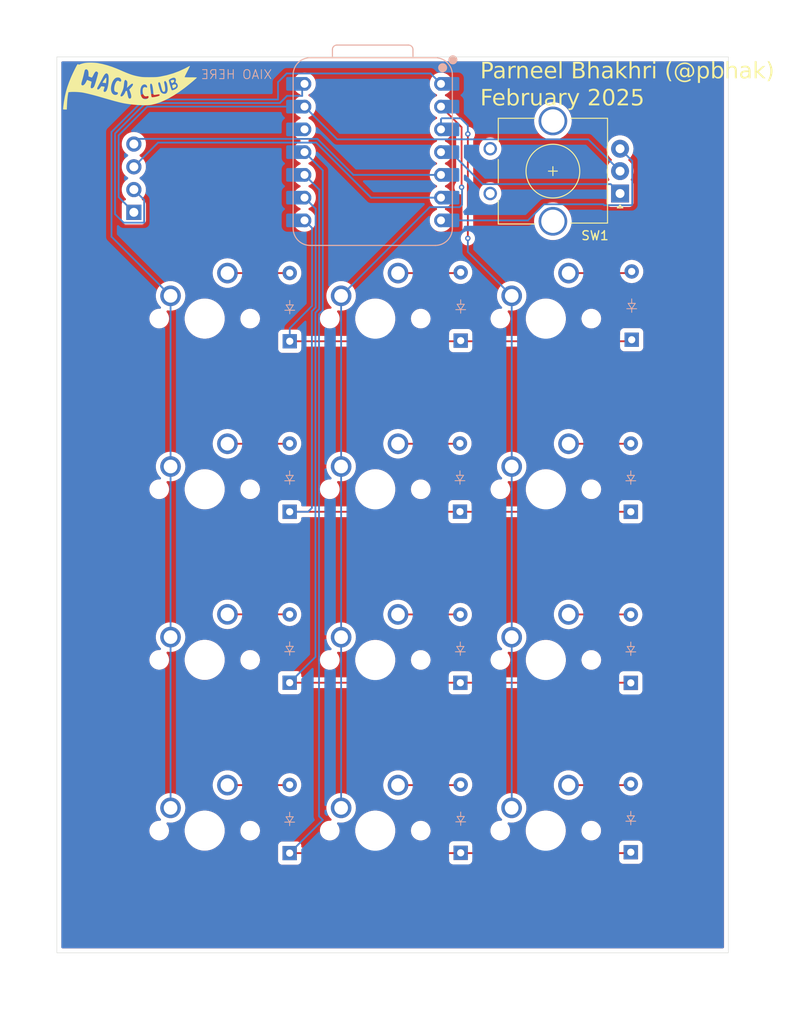
<source format=kicad_pcb>
(kicad_pcb (version 20240108) (generator "pcbnew") (generator_version "8.0")
  (layers (0 "F.Cu" signal) (31 "B.Cu" signal) (34 "B.Paste" user) (35 "F.Paste" user) (36 "B.SilkS" user "B.Silkscreen") (37 "F.SilkS" user "F.Silkscreen") (38 "B.Mask" user) (39 "F.Mask" user) (44 "Edge.Cuts" user))
  (net 0 "")
  (net 1 "Net-(D1-A)")
  (net 2 "Row 0")
  (net 3 "Net-(D2-A)")
  (net 4 "Net-(D3-A)")
  (net 5 "Net-(D4-A)")
  (net 6 "Row 1")
  (net 7 "Net-(D5-A)")
  (net 8 "Net-(D6-A)")
  (net 9 "Row 2")
  (net 10 "Net-(D7-A)")
  (net 11 "Net-(D8-A)")
  (net 12 "Net-(D9-A)")
  (net 13 "Net-(D10-A)")
  (net 14 "Row 3")
  (net 15 "Net-(D11-A)")
  (net 16 "Net-(D12-A)")
  (net 17 "Column 0")
  (net 18 "Column 1")
  (net 19 "Column 2")
  (net 21 "+5V")
  (net 22 "GND")
  (net 23 "SCL")
  (net 24 "SDA")
  (net 25 "Encoder 1")
  (net 26 "Encoder 0")
  (footprint "MX_Solderable:MX-Solderable-1U" (layer "F.Cu") (at 149.86 99.06)
    (property "Reference" "S8")
    (property "Value" "Keyswitch")
    (pad "" np_thru_hole circle (at -5.08 0 48.099) (size 1.7018 1.7018) (drill 1.7018) (layers "F&B.Cu" "*.Mask"))
    (pad "" np_thru_hole circle (at 0 0) (size 3.9878 3.9878) (drill 3.9878) (layers "*.Cu" "*.Mask"))
    (pad "" np_thru_hole circle (at 5.08 0 48.099) (size 1.7018 1.7018) (drill 1.7018) (layers "F&B.Cu" "*.Mask"))
    (pad "1" thru_hole circle (at -3.81 -2.54) (size 2.3 2.3) (drill 1.524) (layers "*.Cu" "B.Mask") (net 18 "Column 1"))
    (pad "2" thru_hole circle (at 2.54 -5.08) (size 2.3 2.3) (drill 1.524) (layers "*.Cu" "B.Mask") (net 11 "Net-(D8-A)"))
  )
  (footprint "MX_Solderable:MX-Solderable-1U" (layer "F.Cu") (at 168.9 118.11)
    (property "Reference" "S12")
    (property "Value" "Keyswitch")
    (pad "" np_thru_hole circle (at -5.08 0 48.099) (size 1.7018 1.7018) (drill 1.7018) (layers "F&B.Cu" "*.Mask"))
    (pad "" np_thru_hole circle (at 0 0) (size 3.9878 3.9878) (drill 3.9878) (layers "*.Cu" "*.Mask"))
    (pad "" np_thru_hole circle (at 5.08 0 48.099) (size 1.7018 1.7018) (drill 1.7018) (layers "F&B.Cu" "*.Mask"))
    (pad "1" thru_hole circle (at -3.81 -2.54) (size 2.3 2.3) (drill 1.524) (layers "*.Cu" "B.Mask") (net 19 "Column 2"))
    (pad "2" thru_hole circle (at 2.54 -5.08) (size 2.3 2.3) (drill 1.524) (layers "*.Cu" "B.Mask") (net 16 "Net-(D12-A)"))
  )
  (footprint "MX_Solderable:MX-Solderable-1U" (layer "F.Cu") (at 130.81 118.11)
    (property "Reference" "S10")
    (property "Value" "Keyswitch")
    (pad "" np_thru_hole circle (at -5.08 0 48.099) (size 1.7018 1.7018) (drill 1.7018) (layers "F&B.Cu" "*.Mask"))
    (pad "" np_thru_hole circle (at 0 0) (size 3.9878 3.9878) (drill 3.9878) (layers "*.Cu" "*.Mask"))
    (pad "" np_thru_hole circle (at 5.08 0 48.099) (size 1.7018 1.7018) (drill 1.7018) (layers "F&B.Cu" "*.Mask"))
    (pad "1" thru_hole circle (at -3.81 -2.54) (size 2.3 2.3) (drill 1.524) (layers "*.Cu" "B.Mask") (net 17 "Column 0"))
    (pad "2" thru_hole circle (at 2.54 -5.08) (size 2.3 2.3) (drill 1.524) (layers "*.Cu" "B.Mask") (net 13 "Net-(D10-A)"))
  )
  (footprint "MX_Solderable:MX-Solderable-1U" (layer "F.Cu") (at 149.86 118.11)
    (property "Reference" "S11")
    (property "Value" "Keyswitch")
    (pad "" np_thru_hole circle (at -5.08 0 48.099) (size 1.7018 1.7018) (drill 1.7018) (layers "F&B.Cu" "*.Mask"))
    (pad "" np_thru_hole circle (at 0 0) (size 3.9878 3.9878) (drill 3.9878) (layers "*.Cu" "*.Mask"))
    (pad "" np_thru_hole circle (at 5.08 0 48.099) (size 1.7018 1.7018) (drill 1.7018) (layers "F&B.Cu" "*.Mask"))
    (pad "1" thru_hole circle (at -3.81 -2.54) (size 2.3 2.3) (drill 1.524) (layers "*.Cu" "B.Mask") (net 18 "Column 1"))
    (pad "2" thru_hole circle (at 2.54 -5.08) (size 2.3 2.3) (drill 1.524) (layers "*.Cu" "B.Mask") (net 15 "Net-(D11-A)"))
  )
  (footprint "MX_Solderable:MX-Solderable-1U" (layer "F.Cu") (at 168.91 80.01)
    (property "Reference" "S6")
    (property "Value" "Keyswitch")
    (pad "" np_thru_hole circle (at -5.08 0 48.099) (size 1.7018 1.7018) (drill 1.7018) (layers "F&B.Cu" "*.Mask"))
    (pad "" np_thru_hole circle (at 0 0) (size 3.9878 3.9878) (drill 3.9878) (layers "*.Cu" "*.Mask"))
    (pad "" np_thru_hole circle (at 5.08 0 48.099) (size 1.7018 1.7018) (drill 1.7018) (layers "F&B.Cu" "*.Mask"))
    (pad "1" thru_hole circle (at -3.81 -2.54) (size 2.3 2.3) (drill 1.524) (layers "*.Cu" "B.Mask") (net 19 "Column 2"))
    (pad "2" thru_hole circle (at 2.54 -5.08) (size 2.3 2.3) (drill 1.524) (layers "*.Cu" "B.Mask") (net 8 "Net-(D6-A)"))
  )
  (footprint "Rotary_Encoder:RotaryEncoder_Alps_EC11E_Vertical_H20mm_CircularMountingHoles" (layer "F.Cu") (at 177.2 47 180)
    (property "Reference" "SW1" (at 2.8 -4.7 180) (layer "F.SilkS"))
    (property "Value" "RotaryEncoder")
    (pad "" thru_hole circle (at 14.5 0 180) (size 1.5 1.5) (drill 1) (layers "*.Cu" "*.Mask"))
    (pad "" thru_hole circle (at 14.5 5 180) (size 1.5 1.5) (drill 1) (layers "*.Cu" "*.Mask"))
    (pad "A" thru_hole rect (at 0 0 180) (size 2 2) (drill 1) (layers "*.Cu" "*.Mask") (net 26 "Encoder 0"))
    (pad "B" thru_hole circle (at 0 5 180) (size 2 2) (drill 1) (layers "*.Cu" "*.Mask") (net 25 "Encoder 1"))
    (pad "C" thru_hole circle (at 0 2.5 180) (size 2 2) (drill 1) (layers "*.Cu" "*.Mask") (net 22 "GND"))
    (pad "MP" thru_hole circle (at 7.5 -3.1 180) (size 3.2 3.2) (drill 2.6) (layers "*.Cu" "*.Mask"))
    (pad "MP" thru_hole circle (at 7.5 8.1 180) (size 3.2 3.2) (drill 2.6) (layers "*.Cu" "*.Mask"))
  )
  (footprint "MX_Solderable:MX-Solderable-1U" (layer "F.Cu") (at 168.91 99.06)
    (property "Reference" "S9")
    (property "Value" "Keyswitch")
    (pad "" np_thru_hole circle (at -5.08 0 48.099) (size 1.7018 1.7018) (drill 1.7018) (layers "F&B.Cu" "*.Mask"))
    (pad "" np_thru_hole circle (at 0 0) (size 3.9878 3.9878) (drill 3.9878) (layers "*.Cu" "*.Mask"))
    (pad "" np_thru_hole circle (at 5.08 0 48.099) (size 1.7018 1.7018) (drill 1.7018) (layers "F&B.Cu" "*.Mask"))
    (pad "1" thru_hole circle (at -3.81 -2.54) (size 2.3 2.3) (drill 1.524) (layers "*.Cu" "B.Mask") (net 19 "Column 2"))
    (pad "2" thru_hole circle (at 2.54 -5.08) (size 2.3 2.3) (drill 1.524) (layers "*.Cu" "B.Mask") (net 12 "Net-(D9-A)"))
  )
  (footprint "MX_Solderable:MX-Solderable-1U" (layer "F.Cu") (at 130.81 60.96)
    (property "Reference" "S1")
    (property "Value" "Keyswitch")
    (pad "" np_thru_hole circle (at -5.08 0 48.099) (size 1.7018 1.7018) (drill 1.7018) (layers "F&B.Cu" "*.Mask"))
    (pad "" np_thru_hole circle (at 0 0) (size 3.9878 3.9878) (drill 3.9878) (layers "*.Cu" "*.Mask"))
    (pad "" np_thru_hole circle (at 5.08 0 48.099) (size 1.7018 1.7018) (drill 1.7018) (layers "F&B.Cu" "*.Mask"))
    (pad "1" thru_hole circle (at -3.81 -2.54) (size 2.3 2.3) (drill 1.524) (layers "*.Cu" "B.Mask") (net 17 "Column 0"))
    (pad "2" thru_hole circle (at 2.54 -5.08) (size 2.3 2.3) (drill 1.524) (layers "*.Cu" "B.Mask") (net 1 "Net-(D1-A)"))
  )
  (footprint "MX_Solderable:MX-Solderable-1U" (layer "F.Cu") (at 149.86 80.01)
    (property "Reference" "S5")
    (property "Value" "Keyswitch")
    (pad "" np_thru_hole circle (at -5.08 0 48.099) (size 1.7018 1.7018) (drill 1.7018) (layers "F&B.Cu" "*.Mask"))
    (pad "" np_thru_hole circle (at 0 0) (size 3.9878 3.9878) (drill 3.9878) (layers "*.Cu" "*.Mask"))
    (pad "" np_thru_hole circle (at 5.08 0 48.099) (size 1.7018 1.7018) (drill 1.7018) (layers "F&B.Cu" "*.Mask"))
    (pad "1" thru_hole circle (at -3.81 -2.54) (size 2.3 2.3) (drill 1.524) (layers "*.Cu" "B.Mask") (net 18 "Column 1"))
    (pad "2" thru_hole circle (at 2.54 -5.08) (size 2.3 2.3) (drill 1.524) (layers "*.Cu" "B.Mask") (net 7 "Net-(D5-A)"))
  )
  (footprint "LOGO" (layer "F.Cu") (at 122.5 35)
    (property "Reference" "G***" (hide yes))
    (property "Value" "LOGO" (hide yes))
  )
  (footprint "MX_Solderable:MX-Solderable-1U" (layer "F.Cu") (at 130.81 99.05)
    (property "Reference" "S7")
    (property "Value" "Keyswitch")
    (pad "" np_thru_hole circle (at -5.08 0 48.099) (size 1.7018 1.7018) (drill 1.7018) (layers "F&B.Cu" "*.Mask"))
    (pad "" np_thru_hole circle (at 0 0) (size 3.9878 3.9878) (drill 3.9878) (layers "*.Cu" "*.Mask"))
    (pad "" np_thru_hole circle (at 5.08 0 48.099) (size 1.7018 1.7018) (drill 1.7018) (layers "F&B.Cu" "*.Mask"))
    (pad "1" thru_hole circle (at -3.81 -2.54) (size 2.3 2.3) (drill 1.524) (layers "*.Cu" "B.Mask") (net 17 "Column 0"))
    (pad "2" thru_hole circle (at 2.54 -5.08) (size 2.3 2.3) (drill 1.524) (layers "*.Cu" "B.Mask") (net 10 "Net-(D7-A)"))
  )
  (footprint "MX_Solderable:MX-Solderable-1U" (layer "F.Cu") (at 149.86 60.96)
    (property "Reference" "S2")
    (property "Value" "Keyswitch")
    (pad "" np_thru_hole circle (at -5.08 0 48.099) (size 1.7018 1.7018) (drill 1.7018) (layers "F&B.Cu" "*.Mask"))
    (pad "" np_thru_hole circle (at 0 0) (size 3.9878 3.9878) (drill 3.9878) (layers "*.Cu" "*.Mask"))
    (pad "" np_thru_hole circle (at 5.08 0 48.099) (size 1.7018 1.7018) (drill 1.7018) (layers "F&B.Cu" "*.Mask"))
    (pad "1" thru_hole circle (at -3.81 -2.54) (size 2.3 2.3) (drill 1.524) (layers "*.Cu" "B.Mask") (net 18 "Column 1"))
    (pad "2" thru_hole circle (at 2.54 -5.08) (size 2.3 2.3) (drill 1.524) (layers "*.Cu" "B.Mask") (net 3 "Net-(D2-A)"))
  )
  (footprint "MX_Solderable:MX-Solderable-1U" (layer "F.Cu") (at 168.91 60.96)
    (property "Reference" "S3")
    (property "Value" "Keyswitch")
    (pad "" np_thru_hole circle (at -5.08 0 48.099) (size 1.7018 1.7018) (drill 1.7018) (layers "F&B.Cu" "*.Mask"))
    (pad "" np_thru_hole circle (at 0 0) (size 3.9878 3.9878) (drill 3.9878) (layers "*.Cu" "*.Mask"))
    (pad "" np_thru_hole circle (at 5.08 0 48.099) (size 1.7018 1.7018) (drill 1.7018) (layers "F&B.Cu" "*.Mask"))
    (pad "1" thru_hole circle (at -3.81 -2.54) (size 2.3 2.3) (drill 1.524) (layers "*.Cu" "B.Mask") (net 19 "Column 2"))
    (pad "2" thru_hole circle (at 2.54 -5.08) (size 2.3 2.3) (drill 1.524) (layers "*.Cu" "B.Mask") (net 4 "Net-(D3-A)"))
  )
  (footprint "MX_Solderable:MX-Solderable-1U" (layer "F.Cu") (at 130.81 80.01)
    (property "Reference" "S4")
    (property "Value" "Keyswitch")
    (pad "" np_thru_hole circle (at -5.08 0 48.099) (size 1.7018 1.7018) (drill 1.7018) (layers "F&B.Cu" "*.Mask"))
    (pad "" np_thru_hole circle (at 0 0) (size 3.9878 3.9878) (drill 3.9878) (layers "*.Cu" "*.Mask"))
    (pad "" np_thru_hole circle (at 5.08 0 48.099) (size 1.7018 1.7018) (drill 1.7018) (layers "F&B.Cu" "*.Mask"))
    (pad "1" thru_hole circle (at -3.81 -2.54) (size 2.3 2.3) (drill 1.524) (layers "*.Cu" "B.Mask") (net 17 "Column 0"))
    (pad "2" thru_hole circle (at 2.54 -5.08) (size 2.3 2.3) (drill 1.524) (layers "*.Cu" "B.Mask") (net 5 "Net-(D4-A)"))
  )
  (footprint "ScottoKeebs_Components:OLED_128x32" (layer "F.Cu") (at 121.3 39.3)
    (property "Reference" "J1" (hide yes))
    (property "Value" "128x32")
    (pad "1" thru_hole rect (at 1.6 9.8 180) (size 1.7 1.7) (drill 1) (layers "*.Cu" "*.Mask") (net 22 "GND"))
    (pad "2" thru_hole oval (at 1.6 7.26 180) (size 1.7 1.7) (drill 1) (layers "*.Cu" "*.Mask") (net 21 "+5V"))
    (pad "3" thru_hole oval (at 1.6 4.72 180) (size 1.7 1.7) (drill 1) (layers "*.Cu" "*.Mask") (net 23 "SCL"))
    (pad "4" thru_hole oval (at 1.6 2.18 180) (size 1.7 1.7) (drill 1) (layers "*.Cu" "*.Mask") (net 24 "SDA"))
  )
  (footprint "ScottoKeebs_Components:Diode_DO-35" (layer "B.Cu") (at 159.36 101.61 90)
    (property "Reference" "D8" (hide yes))
    (property "Value" "Diode" (hide yes))
    (pad "1" thru_hole rect (at 0 0 90) (size 1.6 1.6) (drill 0.8) (layers "*.Cu" "*.Mask") (net 9 "Row 2"))
    (pad "2" thru_hole oval (at 7.62 0 90) (size 1.6 1.6) (drill 0.8) (layers "*.Cu" "*.Mask") (net 11 "Net-(D8-A)"))
  )
  (footprint "ScottoKeebs_Components:Diode_DO-35" (layer "B.Cu") (at 178.4 82.52 90)
    (property "Reference" "D6" (hide yes))
    (property "Value" "Diode" (hide yes))
    (pad "1" thru_hole rect (at 0 0 90) (size 1.6 1.6) (drill 0.8) (layers "*.Cu" "*.Mask") (net 6 "Row 1"))
    (pad "2" thru_hole oval (at 7.62 0 90) (size 1.6 1.6) (drill 0.8) (layers "*.Cu" "*.Mask") (net 8 "Net-(D6-A)"))
  )
  (footprint "ScottoKeebs_Components:Diode_DO-35" (layer "B.Cu") (at 140.31 63.49 90)
    (property "Reference" "D1" (hide yes))
    (property "Value" "Diode" (hide yes))
    (pad "1" thru_hole rect (at 0 0 90) (size 1.6 1.6) (drill 0.8) (layers "*.Cu" "*.Mask") (net 2 "Row 0"))
    (pad "2" thru_hole oval (at 7.62 0 90) (size 1.6 1.6) (drill 0.8) (layers "*.Cu" "*.Mask") (net 1 "Net-(D1-A)"))
  )
  (footprint "ScottoKeebs_Components:Diode_DO-35" (layer "B.Cu") (at 159.4 63.42 90)
    (property "Reference" "D2" (hide yes))
    (property "Value" "Diode" (hide yes))
    (pad "1" thru_hole rect (at 0 0 90) (size 1.6 1.6) (drill 0.8) (layers "*.Cu" "*.Mask") (net 2 "Row 0"))
    (pad "2" thru_hole oval (at 7.62 0 90) (size 1.6 1.6) (drill 0.8) (layers "*.Cu" "*.Mask") (net 3 "Net-(D2-A)"))
  )
  (footprint "ScottoKeebs_Components:Diode_DO-35" (layer "B.Cu") (at 159.32 82.51 90)
    (property "Reference" "D5" (hide yes))
    (property "Value" "Diode" (hide yes))
    (pad "1" thru_hole rect (at 0 0 90) (size 1.6 1.6) (drill 0.8) (layers "*.Cu" "*.Mask") (net 6 "Row 1"))
    (pad "2" thru_hole oval (at 7.62 0 90) (size 1.6 1.6) (drill 0.8) (layers "*.Cu" "*.Mask") (net 7 "Net-(D5-A)"))
  )
  (footprint "OPL:XIAO-RP2040-DIP" (layer "B.Cu") (at 149.58 42.38 180)
    (property "Reference" "U1" (hide yes))
    (property "Value" "XIAO-RP2040-DIP" (hide yes))
    (pad "1" smd roundrect (at -8.455 7.62) (size 2.432 1.524) (layers "B.Cu" "B.Mask") (roundrect_rratio 0.1) (net 17 "Column 0"))
    (pad "1" thru_hole circle (at -7.62 7.62) (size 1.524 1.524) (drill 0.889) (layers "*.Cu" "*.Mask") (net 17 "Column 0"))
    (pad "2" smd roundrect (at -8.455 5.08) (size 2.432 1.524) (layers "B.Cu" "B.Mask") (roundrect_rratio 0.1) (net 18 "Column 1"))
    (pad "2" thru_hole circle (at -7.62 5.08) (size 1.524 1.524) (drill 0.889) (layers "*.Cu" "*.Mask") (net 18 "Column 1"))
    (pad "3" smd roundrect (at -8.455 2.54) (size 2.432 1.524) (layers "B.Cu" "B.Mask") (roundrect_rratio 0.1) (net 19 "Column 2"))
    (pad "3" thru_hole circle (at -7.62 2.54) (size 1.524 1.524) (drill 0.889) (layers "*.Cu" "*.Mask") (net 19 "Column 2"))
    (pad "4" smd roundrect (at -8.455 0) (size 2.432 1.524) (layers "B.Cu" "B.Mask") (roundrect_rratio 0.1) (net 26 "Encoder 0"))
    (pad "4" thru_hole circle (at -7.62 0) (size 1.524 1.524) (drill 0.889) (layers "*.Cu" "*.Mask") (net 26 "Encoder 0"))
    (pad "5" smd roundrect (at -8.455 -2.54) (size 2.432 1.524) (layers "B.Cu" "B.Mask") (roundrect_rratio 0.1) (net 24 "SDA"))
    (pad "5" thru_hole circle (at -7.62 -2.54) (size 1.524 1.524) (drill 0.889) (layers "*.Cu" "*.Mask") (net 24 "SDA"))
    (pad "6" smd roundrect (at -8.455 -5.08) (size 2.432 1.524) (layers "B.Cu" "B.Mask") (roundrect_rratio 0.1) (net 23 "SCL"))
    (pad "6" thru_hole circle (at -7.62 -5.08) (size 1.524 1.524) (drill 0.889) (layers "*.Cu" "*.Mask") (net 23 "SCL"))
    (pad "7" smd roundrect (at -8.455 -7.62) (size 2.432 1.524) (layers "B.Cu" "B.Mask") (roundrect_rratio 0.1) (net 25 "Encoder 1"))
    (pad "7" thru_hole circle (at -7.62 -7.62) (size 1.524 1.524) (drill 0.889) (layers "*.Cu" "*.Mask") (net 25 "Encoder 1"))
    (pad "8" thru_hole circle (at 7.62 -7.62 180) (size 1.524 1.524) (drill 0.889) (layers "*.Cu" "*.Mask") (net 2 "Row 0"))
    (pad "8" smd roundrect (at 8.455 -7.62 180) (size 2.432 1.524) (layers "B.Cu" "B.Mask") (roundrect_rratio 0.1) (net 2 "Row 0"))
    (pad "9" thru_hole circle (at 7.62 -5.08 180) (size 1.524 1.524) (drill 0.889) (layers "*.Cu" "*.Mask") (net 6 "Row 1"))
    (pad "9" smd roundrect (at 8.455 -5.08 180) (size 2.432 1.524) (layers "B.Cu" "B.Mask") (roundrect_rratio 0.1) (net 6 "Row 1"))
    (pad "10" thru_hole circle (at 7.62 -2.54 180) (size 1.524 1.524) (drill 0.889) (layers "*.Cu" "*.Mask") (net 9 "Row 2"))
    (pad "10" smd roundrect (at 8.455 -2.54 180) (size 2.432 1.524) (layers "B.Cu" "B.Mask") (roundrect_rratio 0.1) (net 9 "Row 2"))
    (pad "11" thru_hole circle (at 7.62 0 180) (size 1.524 1.524) (drill 0.889) (layers "*.Cu" "*.Mask") (net 14 "Row 3"))
    (pad "11" smd roundrect (at 8.455 0 180) (size 2.432 1.524) (layers "B.Cu" "B.Mask") (roundrect_rratio 0.1) (net 14 "Row 3"))
    (pad "12" thru_hole circle (at 7.62 2.54 180) (size 1.524 1.524) (drill 0.889) (layers "*.Cu" "*.Mask"))
    (pad "12" smd roundrect (at 8.455 2.54 180) (size 2.432 1.524) (layers "B.Cu" "B.Mask") (roundrect_rratio 0.1))
    (pad "13" thru_hole circle (at 7.62 5.08 180) (size 1.524 1.524) (drill 0.889) (layers "*.Cu" "*.Mask") (net 22 "GND"))
    (pad "13" smd roundrect (at 8.455 5.08 180) (size 2.432 1.524) (layers "B.Cu" "B.Mask") (roundrect_rratio 0.1) (net 22 "GND"))
    (pad "14" thru_hole circle (at 7.62 7.62 180) (size 1.524 1.524) (drill 0.889) (layers "*.Cu" "*.Mask") (net 21 "+5V"))
    (pad "14" smd roundrect (at 8.455 7.62 180) (size 2.432 1.524) (layers "B.Cu" "B.Mask") (roundrect_rratio 0.1) (net 21 "+5V"))
  )
  (footprint "ScottoKeebs_Components:Diode_DO-35" (layer "B.Cu") (at 159.4 120.59 90)
    (property "Reference" "D11" (hide yes))
    (property "Value" "Diode" (hide yes))
    (pad "1" thru_hole rect (at 0 0 90) (size 1.6 1.6) (drill 0.8) (layers "*.Cu" "*.Mask") (net 14 "Row 3"))
    (pad "2" thru_hole oval (at 7.62 0 90) (size 1.6 1.6) (drill 0.8) (layers "*.Cu" "*.Mask") (net 15 "Net-(D11-A)"))
  )
  (footprint "ScottoKeebs_Components:Diode_DO-35" (layer "B.Cu") (at 140.3 101.6 90)
    (property "Reference" "D7" (hide yes))
    (property "Value" "Diode" (hide yes))
    (pad "1" thru_hole rect (at 0 0 90) (size 1.6 1.6) (drill 0.8) (layers "*.Cu" "*.Mask") (net 9 "Row 2"))
    (pad "2" thru_hole oval (at 7.62 0 90) (size 1.6 1.6) (drill 0.8) (layers "*.Cu" "*.Mask") (net 10 "Net-(D7-A)"))
  )
  (footprint "ScottoKeebs_Components:Diode_DO-35" (layer "B.Cu") (at 140.3 82.52 90)
    (property "Reference" "D4" (hide yes))
    (property "Value" "Diode" (hide yes))
    (pad "1" thru_hole rect (at 0 0 90) (size 1.6 1.6) (drill 0.8) (layers "*.Cu" "*.Mask") (net 6 "Row 1"))
    (pad "2" thru_hole oval (at 7.62 0 90) (size 1.6 1.6) (drill 0.8) (layers "*.Cu" "*.Mask") (net 5 "Net-(D4-A)"))
  )
  (footprint "ScottoKeebs_Components:Diode_DO-35" (layer "B.Cu") (at 140.3 120.62 90)
    (property "Reference" "D10" (hide yes))
    (property "Value" "Diode" (hide yes))
    (pad "1" thru_hole rect (at 0 0 90) (size 1.6 1.6) (drill 0.8) (layers "*.Cu" "*.Mask") (net 14 "Row 3"))
    (pad "2" thru_hole oval (at 7.62 0 90) (size 1.6 1.6) (drill 0.8) (layers "*.Cu" "*.Mask") (net 13 "Net-(D10-A)"))
  )
  (footprint "ScottoKeebs_Components:Diode_DO-35" (layer "B.Cu") (at 178.4 120.52 90)
    (property "Reference" "D12" (hide yes))
    (property "Value" "Diode" (hide yes))
    (pad "1" thru_hole rect (at 0 0 90) (size 1.6 1.6) (drill 0.8) (layers "*.Cu" "*.Mask") (net 14 "Row 3"))
    (pad "2" thru_hole oval (at 7.62 0 90) (size 1.6 1.6) (drill 0.8) (layers "*.Cu" "*.Mask") (net 16 "Net-(D12-A)"))
  )
  (footprint "ScottoKeebs_Components:Diode_DO-35" (layer "B.Cu") (at 178.5 63.32 90)
    (property "Reference" "D3" (hide yes))
    (property "Value" "Diode" (hide yes))
    (pad "1" thru_hole rect (at 0 0 90) (size 1.6 1.6) (drill 0.8) (layers "*.Cu" "*.Mask") (net 2 "Row 0"))
    (pad "2" thru_hole oval (at 7.62 0 90) (size 1.6 1.6) (drill 0.8) (layers "*.Cu" "*.Mask") (net 4 "Net-(D3-A)"))
  )
  (footprint "ScottoKeebs_Components:Diode_DO-35" (layer "B.Cu") (at 178.4 101.62 90)
    (property "Reference" "D9" (hide yes))
    (property "Value" "Diode" (hide yes))
    (pad "1" thru_hole rect (at 0 0 90) (size 1.6 1.6) (drill 0.8) (layers "*.Cu" "*.Mask") (net 9 "Row 2"))
    (pad "2" thru_hole oval (at 7.62 0 90) (size 1.6 1.6) (drill 0.8) (layers "*.Cu" "*.Mask") (net 12 "Net-(D9-A)"))
  )
  (gr_rect (start 114.3 31.75) (end 189.3 131.75) (stroke (width 0.05)) (fill none) (layer "Edge.Cuts"))
  (gr_text "XIAO HERE\n" (at 138.4 34.3 0) (layer "B.SilkS") (effects (font (size 1 1) (thickness 0.1)) (justify left bottom mirror)))
  (gr_text "Parneel Bhakhri (@pbhak)\nFebruary 2025" (at 161.57 37.47 0) (layer "F.SilkS") (effects (font (size 1.8 1.8) (thickness 0.1)) (justify left bottom)))
  (segment (start 133.35 55.88) (end 140.3 55.88) (width 0.2) (layer "F.Cu") (net 1))
  (segment (start 140.31 63.49) (end 178.33 63.49) (width 0.2) (layer "F.Cu") (net 2))
  (segment (start 141.96 50) (end 142.8 50.84) (width 0.2) (layer "B.Cu") (net 2))
  (segment (start 142.8 59.544613) (end 140.31 62.034613) (width 0.2) (layer "B.Cu") (net 2))
  (segment (start 142.8 50.84) (end 142.8 59.544613) (width 0.2) (layer "B.Cu") (net 2))
  (segment (start 140.31 62.034613) (end 140.31 63.49) (width 0.2) (layer "B.Cu") (net 2))
  (segment (start 152.4 55.88) (end 159.32 55.88) (width 0.2) (layer "F.Cu") (net 3))
  (segment (start 171.45 55.88) (end 178.32 55.88) (width 0.2) (layer "F.Cu") (net 4))
  (segment (start 133.35 74.93) (end 140.27 74.93) (width 0.2) (layer "F.Cu") (net 5))
  (segment (start 140.3 82.52) (end 178.4 82.52) (width 0.2) (layer "F.Cu") (net 6))
  (segment (start 141.96 47.46) (end 143.2 48.7) (width 0.2) (layer "B.Cu") (net 6))
  (segment (start 143.2 48.7) (end 143.2 59.710299) (width 0.2) (layer "B.Cu") (net 6))
  (segment (start 142.3591 82.52) (end 140.3 82.52) (width 0.2) (layer "B.Cu") (net 6))
  (segment (start 142.7791 60.131199) (end 142.7791 82.1) (width 0.2) (layer "B.Cu") (net 6))
  (segment (start 142.7791 82.1) (end 142.3591 82.52) (width 0.2) (layer "B.Cu") (net 6))
  (segment (start 143.2 59.710299) (end 142.7791 60.131199) (width 0.2) (layer "B.Cu") (net 6))
  (segment (start 152.4 74.93) (end 159.28 74.93) (width 0.2) (layer "F.Cu") (net 7))
  (segment (start 171.45 74.93) (end 178.37 74.93) (width 0.2) (layer "F.Cu") (net 8))
  (segment (start 140.3 101.6) (end 178.38 101.6) (width 0.2) (layer "F.Cu") (net 9))
  (segment (start 143.1791 98.7209) (end 140.3 101.6) (width 0.2) (layer "B.Cu") (net 9))
  (segment (start 143.6 46.56) (end 143.6 59.875985) (width 0.2) (layer "B.Cu") (net 9))
  (segment (start 141.96 44.92) (end 143.6 46.56) (width 0.2) (layer "B.Cu") (net 9))
  (segment (start 143.6 59.875985) (end 143.1791 60.296885) (width 0.2) (layer "B.Cu") (net 9))
  (segment (start 143.1791 60.296885) (end 143.1791 98.7209) (width 0.2) (layer "B.Cu") (net 9))
  (segment (start 133.35 93.97) (end 140.29 93.97) (width 0.2) (layer "F.Cu") (net 10))
  (segment (start 152.4 93.98) (end 159.35 93.98) (width 0.2) (layer "F.Cu") (net 11))
  (segment (start 171.45 93.98) (end 178.38 93.98) (width 0.2) (layer "F.Cu") (net 12))
  (segment (start 133.35 113.03) (end 140.27 113.03) (width 0.2) (layer "F.Cu") (net 13))
  (segment (start 140.3 120.62) (end 178.3 120.62) (width 0.2) (layer "F.Cu") (net 14))
  (segment (start 144 44.42) (end 141.96 42.38) (width 0.2) (layer "B.Cu") (net 14))
  (segment (start 144 60.041671) (end 144 44.42) (width 0.2) (layer "B.Cu") (net 14))
  (segment (start 144 116.92) (end 143.5791 116.4991) (width 0.2) (layer "B.Cu") (net 14))
  (segment (start 143.5791 60.462571) (end 144 60.041671) (width 0.2) (layer "B.Cu") (net 14))
  (segment (start 143.5791 116.4991) (end 143.5791 60.462571) (width 0.2) (layer "B.Cu") (net 14))
  (segment (start 140.3 120.62) (end 144 116.92) (width 0.2) (layer "B.Cu") (net 14))
  (segment (start 152.4 113.03) (end 159.34 113.03) (width 0.2) (layer "F.Cu") (net 15))
  (segment (start 171.44 113.03) (end 178.27 113.03) (width 0.2) (layer "F.Cu") (net 16))
  (segment (start 127 58.42) (end 127 115.57) (width 0.2) (layer "B.Cu") (net 17))
  (segment (start 120.4 51.82) (end 120.4 40.134314) (width 0.2) (layer "B.Cu") (net 17))
  (segment (start 127 58.42) (end 120.4 51.82) (width 0.2) (layer "B.Cu") (net 17))
  (segment (start 120.4 40.134314) (end 124.034314 36.5) (width 0.2) (layer "B.Cu") (net 17))
  (segment (start 156.04 33.6) (end 157.2 34.76) (width 0.2) (layer "B.Cu") (net 17))
  (segment (start 139 36.5) (end 139 34.567786) (width 0.2) (layer "B.Cu") (net 17))
  (segment (start 139 34.567786) (end 139.967786 33.6) (width 0.2) (layer "B.Cu") (net 17))
  (segment (start 124.034314 36.5) (end 139 36.5) (width 0.2) (layer "B.Cu") (net 17))
  (segment (start 139.967786 33.6) (end 156.04 33.6) (width 0.2) (layer "B.Cu") (net 17))
  (segment (start 159.5 39.6) (end 157.2 37.3) (width 0.2) (layer "F.Cu") (net 18))
  (segment (start 159.5 46.3) (end 159.5 39.6) (width 0.2) (layer "F.Cu") (net 18))
  (via (at 159.5 46.3) (size 0.6) (drill 0.3) (layers "F.Cu" "B.Cu") (net 18))
  (segment (start 159.290214 48.522) (end 159.551 48.261214) (width 0.2) (layer "B.Cu") (net 18))
  (segment (start 146.05 58.42) (end 146.05 115.57) (width 0.2) (layer "B.Cu") (net 18))
  (segment (start 146.05 58.42) (end 155.948 48.522) (width 0.2) (layer "B.Cu") (net 18))
  (segment (start 159.551 48.261214) (end 159.551 46.351) (width 0.2) (layer "B.Cu") (net 18))
  (segment (start 155.948 48.522) (end 159.290214 48.522) (width 0.2) (layer "B.Cu") (net 18))
  (segment (start 159.551 46.351) (end 159.5 46.3) (width 0.2) (layer "B.Cu") (net 18))
  (segment (start 160.2 52) (end 160.2 40.35) (width 0.2) (layer "F.Cu") (net 19))
  (via (at 160.2 40.35) (size 0.6) (drill 0.3) (layers "F.Cu" "B.Cu") (net 19))
  (via (at 160.2 52) (size 0.6) (drill 0.3) (layers "F.Cu" "B.Cu") (net 19))
  (segment (start 157.2 38.7) (end 157.2 39.84) (width 0.2) (layer "B.Cu") (net 19))
  (segment (start 165.1 58.42) (end 165.1 115.56) (width 0.2) (layer "B.Cu") (net 19))
  (segment (start 160.2 53.52) (end 160.2 52) (width 0.2) (layer "B.Cu") (net 19))
  (segment (start 160.2 39.4) (end 159.4 38.6) (width 0.2) (layer "B.Cu") (net 19))
  (segment (start 165.1 58.42) (end 160.2 53.52) (width 0.2) (layer "B.Cu") (net 19))
  (segment (start 160.2 40.35) (end 160.2 39.4) (width 0.2) (layer "B.Cu") (net 19))
  (segment (start 159.4 38.6) (end 157.3 38.6) (width 0.2) (layer "B.Cu") (net 19))
  (segment (start 157.3 38.6) (end 157.2 38.7) (width 0.2) (layer "B.Cu") (net 19))
  (segment (start 139.207786 36.9) (end 140.007786 36.1) (width 0.2) (layer "B.Cu") (net 21))
  (segment (start 124.2 36.9) (end 139.207786 36.9) (width 0.2) (layer "B.Cu") (net 21))
  (segment (start 121.75 50.25) (end 120.8 49.3) (width 0.2) (layer "B.Cu") (net 21))
  (segment (start 124.05 50.25) (end 121.75 50.25) (width 0.2) (layer "B.Cu") (net 21))
  (segment (start 141.7 36.1) (end 141.7 35.02) (width 0.2) (layer "B.Cu") (net 21))
  (segment (start 120.8 40.3) (end 124.2 36.9) (width 0.2) (layer "B.Cu") (net 21))
  (segment (start 122.9 46.56) (end 124.05 47.71) (width 0.2) (layer "B.Cu") (net 21))
  (segment (start 140.007786 36.1) (end 141.7 36.1) (width 0.2) (layer "B.Cu") (net 21))
  (segment (start 124.05 47.71) (end 124.05 50.25) (width 0.2) (layer "B.Cu") (net 21))
  (segment (start 120.8 49.3) (end 120.8 40.3) (width 0.2) (layer "B.Cu") (net 21))
  (segment (start 122.9 49.1) (end 121.2 47.4) (width 0.2) (layer "B.Cu") (net 22))
  (segment (start 145.61 40.95) (end 141.96 37.3) (width 0.2) (layer "B.Cu") (net 22))
  (segment (start 173.65 40.95) (end 145.61 40.95) (width 0.2) (layer "B.Cu") (net 22))
  (segment (start 177.2 44.5) (end 173.65 40.95) (width 0.2) (layer "B.Cu") (net 22))
  (segment (start 121.2 40.5) (end 124.4 37.3) (width 0.2) (layer "B.Cu") (net 22))
  (segment (start 121.2 47.4) (end 121.2 40.5) (width 0.2) (layer "B.Cu") (net 22))
  (segment (start 124.4 37.3) (end 141.96 37.3) (width 0.2) (layer "B.Cu") (net 22))
  (segment (start 122.9 44.02) (end 125.602 41.318) (width 0.2) (layer "B.Cu") (net 23))
  (segment (start 143.252314 41.318) (end 149.394314 47.46) (width 0.2) (layer "B.Cu") (net 23))
  (segment (start 149.394314 47.46) (end 157.2 47.46) (width 0.2) (layer "B.Cu") (net 23))
  (segment (start 125.602 41.318) (end 143.252314 41.318) (width 0.2) (layer "B.Cu") (net 23))
  (segment (start 123.48 40.9) (end 122.9 41.48) (width 0.2) (layer "B.Cu") (net 24))
  (segment (start 139.867786 40.9) (end 123.48 40.9) (width 0.2) (layer "B.Cu") (net 24))
  (segment (start 157.2 44.92) (end 147.42 44.92) (width 0.2) (layer "B.Cu") (net 24))
  (segment (start 147.42 44.92) (end 143.402 40.902) (width 0.2) (layer "B.Cu") (net 24))
  (segment (start 139.869786 40.902) (end 139.867786 40.9) (width 0.2) (layer "B.Cu") (net 24))
  (segment (start 143.402 40.902) (end 139.869786 40.902) (width 0.2) (layer "B.Cu") (net 24))
  (segment (start 166.912994 50) (end 168.712994 48.2) (width 0.2) (layer "B.Cu") (net 25))
  (segment (start 178.5 48.3) (end 178.562 48.238) (width 0.2) (layer "B.Cu") (net 25))
  (segment (start 178.562 43.362) (end 177.2 42) (width 0.2) (layer "B.Cu") (net 25))
  (segment (start 178.562 48.238) (end 178.562 43.362) (width 0.2) (layer "B.Cu") (net 25))
  (segment (start 168.712994 48.2) (end 175.327 48.2) (width 0.2) (layer "B.Cu") (net 25))
  (segment (start 157.2 50) (end 166.912994 50) (width 0.2) (layer "B.Cu") (net 25))
  (segment (start 175.427 48.3) (end 178.5 48.3) (width 0.2) (layer "B.Cu") (net 25))
  (segment (start 175.327 48.2) (end 175.427 48.3) (width 0.2) (layer "B.Cu") (net 25))
  (segment (start 177.2 47) (end 176.15 45.95) (width 0.2) (layer "B.Cu") (net 26))
  (segment (start 176.15 45.95) (end 161.84763 45.95) (width 0.2) (layer "B.Cu") (net 26))
  (segment (start 161.84763 45.95) (end 158.27763 42.38) (width 0.2) (layer "B.Cu") (net 26))
  (zone (net 0) (net_name "") (layers "F&B.Cu") (connect_pads (clearance 0.5)) (min_thickness 0.25) (fill yes (thermal_gap 0.5) (thermal_bridge_width 0.5) (island_removal_mode 1) (island_area_min 10))
    (polygon (pts (xy 107.95 25.4) (xy 196.85 25.4) (xy 196.85 139.7) (xy 107.95 139.7)))
  )
)
</source>
